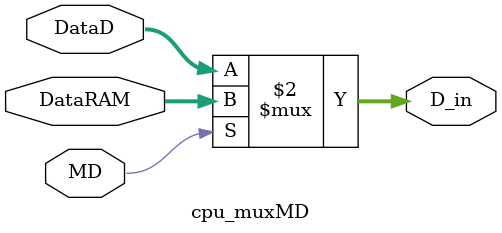
<source format=v>
module cpu_muxMD(DataD,DataRAM,MD,D_in);

input  [7:0] DataD;
input  [7:0] DataRAM;
input        MD;

output [7:0] D_in;

assign D_in = (MD == 0) ? DataD:DataRAM;

endmodule

</source>
